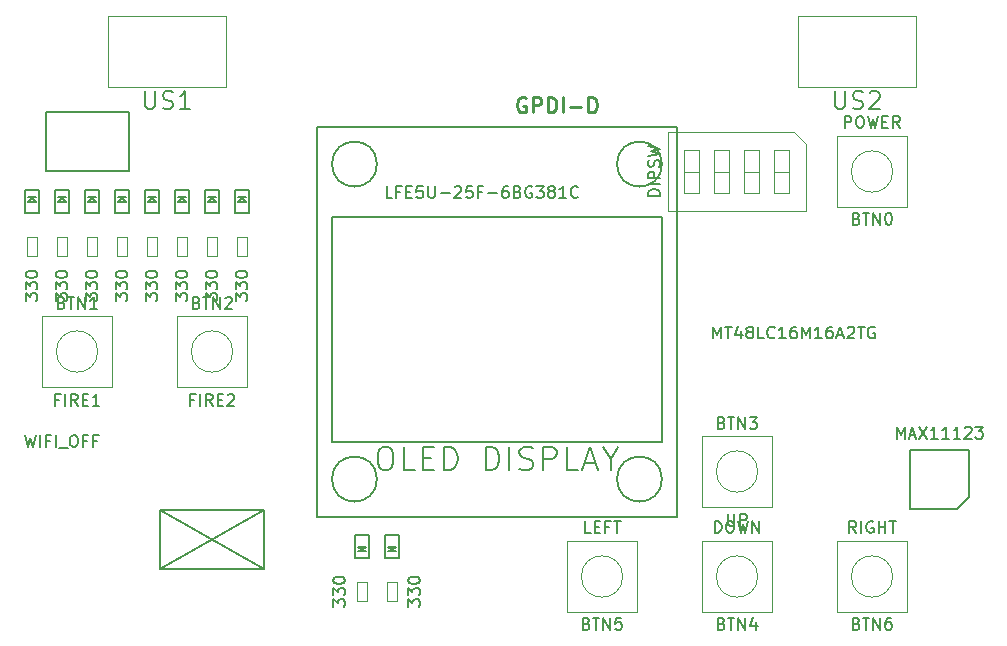
<source format=gbr>
G04 #@! TF.FileFunction,Other,Fab,Top*
%FSLAX46Y46*%
G04 Gerber Fmt 4.6, Leading zero omitted, Abs format (unit mm)*
G04 Created by KiCad (PCBNEW 4.0.7+dfsg1-1) date Wed Oct 11 19:06:24 2017*
%MOMM*%
%LPD*%
G01*
G04 APERTURE LIST*
%ADD10C,0.100000*%
%ADD11C,0.150000*%
%ADD12C,0.254000*%
G04 APERTURE END LIST*
D10*
D11*
X118530000Y-76260000D02*
X117930000Y-76260000D01*
X118230000Y-76360000D02*
X118530000Y-76660000D01*
X117930000Y-76660000D02*
X118230000Y-76360000D01*
X118530000Y-76660000D02*
X117930000Y-76660000D01*
X118830000Y-77660000D02*
X118830000Y-75660000D01*
X117630000Y-77660000D02*
X118830000Y-77660000D01*
X117630000Y-75660000D02*
X117630000Y-77660000D01*
X118830000Y-75660000D02*
X117630000Y-75660000D01*
X115990000Y-76260000D02*
X115390000Y-76260000D01*
X115690000Y-76360000D02*
X115990000Y-76660000D01*
X115390000Y-76660000D02*
X115690000Y-76360000D01*
X115990000Y-76660000D02*
X115390000Y-76660000D01*
X116290000Y-77660000D02*
X116290000Y-75660000D01*
X115090000Y-77660000D02*
X116290000Y-77660000D01*
X115090000Y-75660000D02*
X115090000Y-77660000D01*
X116290000Y-75660000D02*
X115090000Y-75660000D01*
X113450000Y-76260000D02*
X112850000Y-76260000D01*
X113150000Y-76360000D02*
X113450000Y-76660000D01*
X112850000Y-76660000D02*
X113150000Y-76360000D01*
X113450000Y-76660000D02*
X112850000Y-76660000D01*
X113750000Y-77660000D02*
X113750000Y-75660000D01*
X112550000Y-77660000D02*
X113750000Y-77660000D01*
X112550000Y-75660000D02*
X112550000Y-77660000D01*
X113750000Y-75660000D02*
X112550000Y-75660000D01*
X110910000Y-76260000D02*
X110310000Y-76260000D01*
X110610000Y-76360000D02*
X110910000Y-76660000D01*
X110310000Y-76660000D02*
X110610000Y-76360000D01*
X110910000Y-76660000D02*
X110310000Y-76660000D01*
X111210000Y-77660000D02*
X111210000Y-75660000D01*
X110010000Y-77660000D02*
X111210000Y-77660000D01*
X110010000Y-75660000D02*
X110010000Y-77660000D01*
X111210000Y-75660000D02*
X110010000Y-75660000D01*
X108370000Y-76260000D02*
X107770000Y-76260000D01*
X108070000Y-76360000D02*
X108370000Y-76660000D01*
X107770000Y-76660000D02*
X108070000Y-76360000D01*
X108370000Y-76660000D02*
X107770000Y-76660000D01*
X108670000Y-77660000D02*
X108670000Y-75660000D01*
X107470000Y-77660000D02*
X108670000Y-77660000D01*
X107470000Y-75660000D02*
X107470000Y-77660000D01*
X108670000Y-75660000D02*
X107470000Y-75660000D01*
X105830000Y-76260000D02*
X105230000Y-76260000D01*
X105530000Y-76360000D02*
X105830000Y-76660000D01*
X105230000Y-76660000D02*
X105530000Y-76360000D01*
X105830000Y-76660000D02*
X105230000Y-76660000D01*
X106130000Y-77660000D02*
X106130000Y-75660000D01*
X104930000Y-77660000D02*
X106130000Y-77660000D01*
X104930000Y-75660000D02*
X104930000Y-77660000D01*
X106130000Y-75660000D02*
X104930000Y-75660000D01*
X103290000Y-76260000D02*
X102690000Y-76260000D01*
X102990000Y-76360000D02*
X103290000Y-76660000D01*
X102690000Y-76660000D02*
X102990000Y-76360000D01*
X103290000Y-76660000D02*
X102690000Y-76660000D01*
X103590000Y-77660000D02*
X103590000Y-75660000D01*
X102390000Y-77660000D02*
X103590000Y-77660000D01*
X102390000Y-75660000D02*
X102390000Y-77660000D01*
X103590000Y-75660000D02*
X102390000Y-75660000D01*
X100750000Y-76260000D02*
X100150000Y-76260000D01*
X100450000Y-76360000D02*
X100750000Y-76660000D01*
X100150000Y-76660000D02*
X100450000Y-76360000D01*
X100750000Y-76660000D02*
X100150000Y-76660000D01*
X101050000Y-77660000D02*
X101050000Y-75660000D01*
X99850000Y-77660000D02*
X101050000Y-77660000D01*
X99850000Y-75660000D02*
X99850000Y-77660000D01*
X101050000Y-75660000D02*
X99850000Y-75660000D01*
X108624000Y-69080000D02*
X108624000Y-74080000D01*
X101624000Y-69080000D02*
X108624000Y-69080000D01*
X101624000Y-74080000D02*
X101624000Y-69080000D01*
X108624000Y-74080000D02*
X101624000Y-74080000D01*
X128090000Y-106270000D02*
X128690000Y-106270000D01*
X128390000Y-106170000D02*
X128090000Y-105870000D01*
X128690000Y-105870000D02*
X128390000Y-106170000D01*
X128090000Y-105870000D02*
X128690000Y-105870000D01*
X127790000Y-104870000D02*
X127790000Y-106870000D01*
X128990000Y-104870000D02*
X127790000Y-104870000D01*
X128990000Y-106870000D02*
X128990000Y-104870000D01*
X127790000Y-106870000D02*
X128990000Y-106870000D01*
X130630000Y-106270000D02*
X131230000Y-106270000D01*
X130930000Y-106170000D02*
X130630000Y-105870000D01*
X131230000Y-105870000D02*
X130930000Y-106170000D01*
X130630000Y-105870000D02*
X131230000Y-105870000D01*
X130330000Y-104870000D02*
X130330000Y-106870000D01*
X131530000Y-104870000D02*
X130330000Y-104870000D01*
X131530000Y-106870000D02*
X131530000Y-104870000D01*
X130330000Y-106870000D02*
X131530000Y-106870000D01*
D10*
X127990000Y-108880000D02*
X128790000Y-108880000D01*
X127990000Y-110480000D02*
X127990000Y-108880000D01*
X128790000Y-110480000D02*
X127990000Y-110480000D01*
X128790000Y-108880000D02*
X128790000Y-110480000D01*
X131330000Y-110480000D02*
X130530000Y-110480000D01*
X131330000Y-108880000D02*
X131330000Y-110480000D01*
X130530000Y-108880000D02*
X131330000Y-108880000D01*
X130530000Y-110480000D02*
X130530000Y-108880000D01*
X116880000Y-60925000D02*
X116880000Y-66925000D01*
X106880000Y-60925000D02*
X116880000Y-60925000D01*
X106880000Y-66925000D02*
X106880000Y-60925000D01*
X116880000Y-66925000D02*
X106880000Y-66925000D01*
X175300000Y-60925000D02*
X175300000Y-66925000D01*
X165300000Y-60925000D02*
X175300000Y-60925000D01*
X165300000Y-66925000D02*
X165300000Y-60925000D01*
X175300000Y-66925000D02*
X165300000Y-66925000D01*
X118630000Y-81270000D02*
X117830000Y-81270000D01*
X118630000Y-79670000D02*
X118630000Y-81270000D01*
X117830000Y-79670000D02*
X118630000Y-79670000D01*
X117830000Y-81270000D02*
X117830000Y-79670000D01*
X116090000Y-81270000D02*
X115290000Y-81270000D01*
X116090000Y-79670000D02*
X116090000Y-81270000D01*
X115290000Y-79670000D02*
X116090000Y-79670000D01*
X115290000Y-81270000D02*
X115290000Y-79670000D01*
X113550000Y-81270000D02*
X112750000Y-81270000D01*
X113550000Y-79670000D02*
X113550000Y-81270000D01*
X112750000Y-79670000D02*
X113550000Y-79670000D01*
X112750000Y-81270000D02*
X112750000Y-79670000D01*
X111010000Y-81270000D02*
X110210000Y-81270000D01*
X111010000Y-79670000D02*
X111010000Y-81270000D01*
X110210000Y-79670000D02*
X111010000Y-79670000D01*
X110210000Y-81270000D02*
X110210000Y-79670000D01*
X108470000Y-81270000D02*
X107670000Y-81270000D01*
X108470000Y-79670000D02*
X108470000Y-81270000D01*
X107670000Y-79670000D02*
X108470000Y-79670000D01*
X107670000Y-81270000D02*
X107670000Y-79670000D01*
X105930000Y-81270000D02*
X105130000Y-81270000D01*
X105930000Y-79670000D02*
X105930000Y-81270000D01*
X105130000Y-79670000D02*
X105930000Y-79670000D01*
X105130000Y-81270000D02*
X105130000Y-79670000D01*
X103390000Y-81270000D02*
X102590000Y-81270000D01*
X103390000Y-79670000D02*
X103390000Y-81270000D01*
X102590000Y-79670000D02*
X103390000Y-79670000D01*
X102590000Y-81270000D02*
X102590000Y-79670000D01*
X100850000Y-81270000D02*
X100050000Y-81270000D01*
X100850000Y-79670000D02*
X100850000Y-81270000D01*
X100050000Y-79670000D02*
X100850000Y-79670000D01*
X100050000Y-81270000D02*
X100050000Y-79670000D01*
D11*
X178785000Y-102655000D02*
X174785000Y-102655000D01*
X174785000Y-102655000D02*
X174785000Y-97655000D01*
X174785000Y-97655000D02*
X179785000Y-97655000D01*
X179785000Y-97655000D02*
X179785000Y-101655000D01*
X179785000Y-101655000D02*
X178785000Y-102655000D01*
X153790000Y-73485000D02*
G75*
G03X153790000Y-73485000I-1905000J0D01*
G01*
X129660000Y-73485000D02*
G75*
G03X129660000Y-73485000I-1905000J0D01*
G01*
X129660000Y-100155000D02*
G75*
G03X129660000Y-100155000I-1905000J0D01*
G01*
X153790000Y-100155000D02*
G75*
G03X153790000Y-100155000I-1905000J0D01*
G01*
X153790000Y-77930000D02*
X153790000Y-96980000D01*
X125850000Y-77930000D02*
X153790000Y-77930000D01*
X125850000Y-96980000D02*
X125850000Y-77930000D01*
X153790000Y-96980000D02*
X125850000Y-96980000D01*
X155060000Y-70310000D02*
X155060000Y-103330000D01*
X124580000Y-70310000D02*
X155060000Y-70310000D01*
X124580000Y-103330000D02*
X124580000Y-70310000D01*
X155060000Y-103330000D02*
X124580000Y-103330000D01*
D10*
X174570000Y-77120000D02*
X174570000Y-71120000D01*
X174570000Y-71120000D02*
X168570000Y-71120000D01*
X168570000Y-71120000D02*
X168570000Y-77120000D01*
X168570000Y-77120000D02*
X174570000Y-77120000D01*
X173320714Y-74120000D02*
G75*
G03X173320714Y-74120000I-1750714J0D01*
G01*
X101260000Y-86360000D02*
X101260000Y-92360000D01*
X101260000Y-92360000D02*
X107260000Y-92360000D01*
X107260000Y-92360000D02*
X107260000Y-86360000D01*
X107260000Y-86360000D02*
X101260000Y-86360000D01*
X106010714Y-89360000D02*
G75*
G03X106010714Y-89360000I-1750714J0D01*
G01*
X112690000Y-86360000D02*
X112690000Y-92360000D01*
X112690000Y-92360000D02*
X118690000Y-92360000D01*
X118690000Y-92360000D02*
X118690000Y-86360000D01*
X118690000Y-86360000D02*
X112690000Y-86360000D01*
X117440714Y-89360000D02*
G75*
G03X117440714Y-89360000I-1750714J0D01*
G01*
X157140000Y-96520000D02*
X157140000Y-102520000D01*
X157140000Y-102520000D02*
X163140000Y-102520000D01*
X163140000Y-102520000D02*
X163140000Y-96520000D01*
X163140000Y-96520000D02*
X157140000Y-96520000D01*
X161890714Y-99520000D02*
G75*
G03X161890714Y-99520000I-1750714J0D01*
G01*
X163140000Y-111410000D02*
X163140000Y-105410000D01*
X163140000Y-105410000D02*
X157140000Y-105410000D01*
X157140000Y-105410000D02*
X157140000Y-111410000D01*
X157140000Y-111410000D02*
X163140000Y-111410000D01*
X161890714Y-108410000D02*
G75*
G03X161890714Y-108410000I-1750714J0D01*
G01*
X151710000Y-111410000D02*
X151710000Y-105410000D01*
X151710000Y-105410000D02*
X145710000Y-105410000D01*
X145710000Y-105410000D02*
X145710000Y-111410000D01*
X145710000Y-111410000D02*
X151710000Y-111410000D01*
X150460714Y-108410000D02*
G75*
G03X150460714Y-108410000I-1750714J0D01*
G01*
X174570000Y-111410000D02*
X174570000Y-105410000D01*
X174570000Y-105410000D02*
X168570000Y-105410000D01*
X168570000Y-105410000D02*
X168570000Y-111410000D01*
X168570000Y-111410000D02*
X174570000Y-111410000D01*
X173320714Y-108410000D02*
G75*
G03X173320714Y-108410000I-1750714J0D01*
G01*
X166000000Y-71780000D02*
X166000000Y-77460000D01*
X166000000Y-77460000D02*
X154280000Y-77460000D01*
X154280000Y-77460000D02*
X154280000Y-70780000D01*
X154280000Y-70780000D02*
X165000000Y-70780000D01*
X165000000Y-70780000D02*
X166000000Y-71780000D01*
X164585000Y-72310000D02*
X163315000Y-72310000D01*
X163315000Y-72310000D02*
X163315000Y-75930000D01*
X163315000Y-75930000D02*
X164585000Y-75930000D01*
X164585000Y-75930000D02*
X164585000Y-72310000D01*
X164585000Y-74120000D02*
X163315000Y-74120000D01*
X162045000Y-72310000D02*
X160775000Y-72310000D01*
X160775000Y-72310000D02*
X160775000Y-75930000D01*
X160775000Y-75930000D02*
X162045000Y-75930000D01*
X162045000Y-75930000D02*
X162045000Y-72310000D01*
X162045000Y-74120000D02*
X160775000Y-74120000D01*
X159505000Y-72310000D02*
X158235000Y-72310000D01*
X158235000Y-72310000D02*
X158235000Y-75930000D01*
X158235000Y-75930000D02*
X159505000Y-75930000D01*
X159505000Y-75930000D02*
X159505000Y-72310000D01*
X159505000Y-74120000D02*
X158235000Y-74120000D01*
X156965000Y-72310000D02*
X155695000Y-72310000D01*
X155695000Y-72310000D02*
X155695000Y-75930000D01*
X155695000Y-75930000D02*
X156965000Y-75930000D01*
X156965000Y-75930000D02*
X156965000Y-72310000D01*
X156965000Y-74120000D02*
X155695000Y-74120000D01*
D11*
X120055000Y-102815000D02*
X111255000Y-107765000D01*
X120055000Y-107765000D02*
X111255000Y-102815000D01*
X120055000Y-102815000D02*
X120055000Y-107765000D01*
X111255000Y-102815000D02*
X111255000Y-107765000D01*
X111255000Y-107765000D02*
X120055000Y-107765000D01*
X120055000Y-102815000D02*
X111255000Y-102815000D01*
X158132666Y-88252381D02*
X158132666Y-87252381D01*
X158466000Y-87966667D01*
X158799333Y-87252381D01*
X158799333Y-88252381D01*
X159132666Y-87252381D02*
X159704095Y-87252381D01*
X159418380Y-88252381D02*
X159418380Y-87252381D01*
X160466000Y-87585714D02*
X160466000Y-88252381D01*
X160227904Y-87204762D02*
X159989809Y-87919048D01*
X160608857Y-87919048D01*
X161132666Y-87680952D02*
X161037428Y-87633333D01*
X160989809Y-87585714D01*
X160942190Y-87490476D01*
X160942190Y-87442857D01*
X160989809Y-87347619D01*
X161037428Y-87300000D01*
X161132666Y-87252381D01*
X161323143Y-87252381D01*
X161418381Y-87300000D01*
X161466000Y-87347619D01*
X161513619Y-87442857D01*
X161513619Y-87490476D01*
X161466000Y-87585714D01*
X161418381Y-87633333D01*
X161323143Y-87680952D01*
X161132666Y-87680952D01*
X161037428Y-87728571D01*
X160989809Y-87776190D01*
X160942190Y-87871429D01*
X160942190Y-88061905D01*
X160989809Y-88157143D01*
X161037428Y-88204762D01*
X161132666Y-88252381D01*
X161323143Y-88252381D01*
X161418381Y-88204762D01*
X161466000Y-88157143D01*
X161513619Y-88061905D01*
X161513619Y-87871429D01*
X161466000Y-87776190D01*
X161418381Y-87728571D01*
X161323143Y-87680952D01*
X162418381Y-88252381D02*
X161942190Y-88252381D01*
X161942190Y-87252381D01*
X163323143Y-88157143D02*
X163275524Y-88204762D01*
X163132667Y-88252381D01*
X163037429Y-88252381D01*
X162894571Y-88204762D01*
X162799333Y-88109524D01*
X162751714Y-88014286D01*
X162704095Y-87823810D01*
X162704095Y-87680952D01*
X162751714Y-87490476D01*
X162799333Y-87395238D01*
X162894571Y-87300000D01*
X163037429Y-87252381D01*
X163132667Y-87252381D01*
X163275524Y-87300000D01*
X163323143Y-87347619D01*
X164275524Y-88252381D02*
X163704095Y-88252381D01*
X163989809Y-88252381D02*
X163989809Y-87252381D01*
X163894571Y-87395238D01*
X163799333Y-87490476D01*
X163704095Y-87538095D01*
X165132667Y-87252381D02*
X164942190Y-87252381D01*
X164846952Y-87300000D01*
X164799333Y-87347619D01*
X164704095Y-87490476D01*
X164656476Y-87680952D01*
X164656476Y-88061905D01*
X164704095Y-88157143D01*
X164751714Y-88204762D01*
X164846952Y-88252381D01*
X165037429Y-88252381D01*
X165132667Y-88204762D01*
X165180286Y-88157143D01*
X165227905Y-88061905D01*
X165227905Y-87823810D01*
X165180286Y-87728571D01*
X165132667Y-87680952D01*
X165037429Y-87633333D01*
X164846952Y-87633333D01*
X164751714Y-87680952D01*
X164704095Y-87728571D01*
X164656476Y-87823810D01*
X165656476Y-88252381D02*
X165656476Y-87252381D01*
X165989810Y-87966667D01*
X166323143Y-87252381D01*
X166323143Y-88252381D01*
X167323143Y-88252381D02*
X166751714Y-88252381D01*
X167037428Y-88252381D02*
X167037428Y-87252381D01*
X166942190Y-87395238D01*
X166846952Y-87490476D01*
X166751714Y-87538095D01*
X168180286Y-87252381D02*
X167989809Y-87252381D01*
X167894571Y-87300000D01*
X167846952Y-87347619D01*
X167751714Y-87490476D01*
X167704095Y-87680952D01*
X167704095Y-88061905D01*
X167751714Y-88157143D01*
X167799333Y-88204762D01*
X167894571Y-88252381D01*
X168085048Y-88252381D01*
X168180286Y-88204762D01*
X168227905Y-88157143D01*
X168275524Y-88061905D01*
X168275524Y-87823810D01*
X168227905Y-87728571D01*
X168180286Y-87680952D01*
X168085048Y-87633333D01*
X167894571Y-87633333D01*
X167799333Y-87680952D01*
X167751714Y-87728571D01*
X167704095Y-87823810D01*
X168656476Y-87966667D02*
X169132667Y-87966667D01*
X168561238Y-88252381D02*
X168894571Y-87252381D01*
X169227905Y-88252381D01*
X169513619Y-87347619D02*
X169561238Y-87300000D01*
X169656476Y-87252381D01*
X169894572Y-87252381D01*
X169989810Y-87300000D01*
X170037429Y-87347619D01*
X170085048Y-87442857D01*
X170085048Y-87538095D01*
X170037429Y-87680952D01*
X169466000Y-88252381D01*
X170085048Y-88252381D01*
X170370762Y-87252381D02*
X170942191Y-87252381D01*
X170656476Y-88252381D02*
X170656476Y-87252381D01*
X171799334Y-87300000D02*
X171704096Y-87252381D01*
X171561239Y-87252381D01*
X171418381Y-87300000D01*
X171323143Y-87395238D01*
X171275524Y-87490476D01*
X171227905Y-87680952D01*
X171227905Y-87823810D01*
X171275524Y-88014286D01*
X171323143Y-88109524D01*
X171418381Y-88204762D01*
X171561239Y-88252381D01*
X171656477Y-88252381D01*
X171799334Y-88204762D01*
X171846953Y-88157143D01*
X171846953Y-87823810D01*
X171656477Y-87823810D01*
X99894762Y-96432381D02*
X100132857Y-97432381D01*
X100323334Y-96718095D01*
X100513810Y-97432381D01*
X100751905Y-96432381D01*
X101132857Y-97432381D02*
X101132857Y-96432381D01*
X101942381Y-96908571D02*
X101609047Y-96908571D01*
X101609047Y-97432381D02*
X101609047Y-96432381D01*
X102085238Y-96432381D01*
X102466190Y-97432381D02*
X102466190Y-96432381D01*
X102704285Y-97527619D02*
X103466190Y-97527619D01*
X103894761Y-96432381D02*
X104085238Y-96432381D01*
X104180476Y-96480000D01*
X104275714Y-96575238D01*
X104323333Y-96765714D01*
X104323333Y-97099048D01*
X104275714Y-97289524D01*
X104180476Y-97384762D01*
X104085238Y-97432381D01*
X103894761Y-97432381D01*
X103799523Y-97384762D01*
X103704285Y-97289524D01*
X103656666Y-97099048D01*
X103656666Y-96765714D01*
X103704285Y-96575238D01*
X103799523Y-96480000D01*
X103894761Y-96432381D01*
X105085238Y-96908571D02*
X104751904Y-96908571D01*
X104751904Y-97432381D02*
X104751904Y-96432381D01*
X105228095Y-96432381D01*
X105942381Y-96908571D02*
X105609047Y-96908571D01*
X105609047Y-97432381D02*
X105609047Y-96432381D01*
X106085238Y-96432381D01*
X125942381Y-110965714D02*
X125942381Y-110346666D01*
X126323333Y-110680000D01*
X126323333Y-110537142D01*
X126370952Y-110441904D01*
X126418571Y-110394285D01*
X126513810Y-110346666D01*
X126751905Y-110346666D01*
X126847143Y-110394285D01*
X126894762Y-110441904D01*
X126942381Y-110537142D01*
X126942381Y-110822857D01*
X126894762Y-110918095D01*
X126847143Y-110965714D01*
X125942381Y-110013333D02*
X125942381Y-109394285D01*
X126323333Y-109727619D01*
X126323333Y-109584761D01*
X126370952Y-109489523D01*
X126418571Y-109441904D01*
X126513810Y-109394285D01*
X126751905Y-109394285D01*
X126847143Y-109441904D01*
X126894762Y-109489523D01*
X126942381Y-109584761D01*
X126942381Y-109870476D01*
X126894762Y-109965714D01*
X126847143Y-110013333D01*
X125942381Y-108775238D02*
X125942381Y-108679999D01*
X125990000Y-108584761D01*
X126037619Y-108537142D01*
X126132857Y-108489523D01*
X126323333Y-108441904D01*
X126561429Y-108441904D01*
X126751905Y-108489523D01*
X126847143Y-108537142D01*
X126894762Y-108584761D01*
X126942381Y-108679999D01*
X126942381Y-108775238D01*
X126894762Y-108870476D01*
X126847143Y-108918095D01*
X126751905Y-108965714D01*
X126561429Y-109013333D01*
X126323333Y-109013333D01*
X126132857Y-108965714D01*
X126037619Y-108918095D01*
X125990000Y-108870476D01*
X125942381Y-108775238D01*
X132282381Y-110965714D02*
X132282381Y-110346666D01*
X132663333Y-110680000D01*
X132663333Y-110537142D01*
X132710952Y-110441904D01*
X132758571Y-110394285D01*
X132853810Y-110346666D01*
X133091905Y-110346666D01*
X133187143Y-110394285D01*
X133234762Y-110441904D01*
X133282381Y-110537142D01*
X133282381Y-110822857D01*
X133234762Y-110918095D01*
X133187143Y-110965714D01*
X132282381Y-110013333D02*
X132282381Y-109394285D01*
X132663333Y-109727619D01*
X132663333Y-109584761D01*
X132710952Y-109489523D01*
X132758571Y-109441904D01*
X132853810Y-109394285D01*
X133091905Y-109394285D01*
X133187143Y-109441904D01*
X133234762Y-109489523D01*
X133282381Y-109584761D01*
X133282381Y-109870476D01*
X133234762Y-109965714D01*
X133187143Y-110013333D01*
X132282381Y-108775238D02*
X132282381Y-108679999D01*
X132330000Y-108584761D01*
X132377619Y-108537142D01*
X132472857Y-108489523D01*
X132663333Y-108441904D01*
X132901429Y-108441904D01*
X133091905Y-108489523D01*
X133187143Y-108537142D01*
X133234762Y-108584761D01*
X133282381Y-108679999D01*
X133282381Y-108775238D01*
X133234762Y-108870476D01*
X133187143Y-108918095D01*
X133091905Y-108965714D01*
X132901429Y-109013333D01*
X132663333Y-109013333D01*
X132472857Y-108965714D01*
X132377619Y-108918095D01*
X132330000Y-108870476D01*
X132282381Y-108775238D01*
X110022858Y-67329571D02*
X110022858Y-68543857D01*
X110094286Y-68686714D01*
X110165715Y-68758143D01*
X110308572Y-68829571D01*
X110594286Y-68829571D01*
X110737144Y-68758143D01*
X110808572Y-68686714D01*
X110880001Y-68543857D01*
X110880001Y-67329571D01*
X111522858Y-68758143D02*
X111737144Y-68829571D01*
X112094287Y-68829571D01*
X112237144Y-68758143D01*
X112308573Y-68686714D01*
X112380001Y-68543857D01*
X112380001Y-68401000D01*
X112308573Y-68258143D01*
X112237144Y-68186714D01*
X112094287Y-68115286D01*
X111808573Y-68043857D01*
X111665715Y-67972429D01*
X111594287Y-67901000D01*
X111522858Y-67758143D01*
X111522858Y-67615286D01*
X111594287Y-67472429D01*
X111665715Y-67401000D01*
X111808573Y-67329571D01*
X112165715Y-67329571D01*
X112380001Y-67401000D01*
X113808572Y-68829571D02*
X112951429Y-68829571D01*
X113380001Y-68829571D02*
X113380001Y-67329571D01*
X113237144Y-67543857D01*
X113094286Y-67686714D01*
X112951429Y-67758143D01*
X168442858Y-67329571D02*
X168442858Y-68543857D01*
X168514286Y-68686714D01*
X168585715Y-68758143D01*
X168728572Y-68829571D01*
X169014286Y-68829571D01*
X169157144Y-68758143D01*
X169228572Y-68686714D01*
X169300001Y-68543857D01*
X169300001Y-67329571D01*
X169942858Y-68758143D02*
X170157144Y-68829571D01*
X170514287Y-68829571D01*
X170657144Y-68758143D01*
X170728573Y-68686714D01*
X170800001Y-68543857D01*
X170800001Y-68401000D01*
X170728573Y-68258143D01*
X170657144Y-68186714D01*
X170514287Y-68115286D01*
X170228573Y-68043857D01*
X170085715Y-67972429D01*
X170014287Y-67901000D01*
X169942858Y-67758143D01*
X169942858Y-67615286D01*
X170014287Y-67472429D01*
X170085715Y-67401000D01*
X170228573Y-67329571D01*
X170585715Y-67329571D01*
X170800001Y-67401000D01*
X171371429Y-67472429D02*
X171442858Y-67401000D01*
X171585715Y-67329571D01*
X171942858Y-67329571D01*
X172085715Y-67401000D01*
X172157144Y-67472429D01*
X172228572Y-67615286D01*
X172228572Y-67758143D01*
X172157144Y-67972429D01*
X171300001Y-68829571D01*
X172228572Y-68829571D01*
X117682381Y-85057714D02*
X117682381Y-84438666D01*
X118063333Y-84772000D01*
X118063333Y-84629142D01*
X118110952Y-84533904D01*
X118158571Y-84486285D01*
X118253810Y-84438666D01*
X118491905Y-84438666D01*
X118587143Y-84486285D01*
X118634762Y-84533904D01*
X118682381Y-84629142D01*
X118682381Y-84914857D01*
X118634762Y-85010095D01*
X118587143Y-85057714D01*
X117682381Y-84105333D02*
X117682381Y-83486285D01*
X118063333Y-83819619D01*
X118063333Y-83676761D01*
X118110952Y-83581523D01*
X118158571Y-83533904D01*
X118253810Y-83486285D01*
X118491905Y-83486285D01*
X118587143Y-83533904D01*
X118634762Y-83581523D01*
X118682381Y-83676761D01*
X118682381Y-83962476D01*
X118634762Y-84057714D01*
X118587143Y-84105333D01*
X117682381Y-82867238D02*
X117682381Y-82771999D01*
X117730000Y-82676761D01*
X117777619Y-82629142D01*
X117872857Y-82581523D01*
X118063333Y-82533904D01*
X118301429Y-82533904D01*
X118491905Y-82581523D01*
X118587143Y-82629142D01*
X118634762Y-82676761D01*
X118682381Y-82771999D01*
X118682381Y-82867238D01*
X118634762Y-82962476D01*
X118587143Y-83010095D01*
X118491905Y-83057714D01*
X118301429Y-83105333D01*
X118063333Y-83105333D01*
X117872857Y-83057714D01*
X117777619Y-83010095D01*
X117730000Y-82962476D01*
X117682381Y-82867238D01*
X115142381Y-85057714D02*
X115142381Y-84438666D01*
X115523333Y-84772000D01*
X115523333Y-84629142D01*
X115570952Y-84533904D01*
X115618571Y-84486285D01*
X115713810Y-84438666D01*
X115951905Y-84438666D01*
X116047143Y-84486285D01*
X116094762Y-84533904D01*
X116142381Y-84629142D01*
X116142381Y-84914857D01*
X116094762Y-85010095D01*
X116047143Y-85057714D01*
X115142381Y-84105333D02*
X115142381Y-83486285D01*
X115523333Y-83819619D01*
X115523333Y-83676761D01*
X115570952Y-83581523D01*
X115618571Y-83533904D01*
X115713810Y-83486285D01*
X115951905Y-83486285D01*
X116047143Y-83533904D01*
X116094762Y-83581523D01*
X116142381Y-83676761D01*
X116142381Y-83962476D01*
X116094762Y-84057714D01*
X116047143Y-84105333D01*
X115142381Y-82867238D02*
X115142381Y-82771999D01*
X115190000Y-82676761D01*
X115237619Y-82629142D01*
X115332857Y-82581523D01*
X115523333Y-82533904D01*
X115761429Y-82533904D01*
X115951905Y-82581523D01*
X116047143Y-82629142D01*
X116094762Y-82676761D01*
X116142381Y-82771999D01*
X116142381Y-82867238D01*
X116094762Y-82962476D01*
X116047143Y-83010095D01*
X115951905Y-83057714D01*
X115761429Y-83105333D01*
X115523333Y-83105333D01*
X115332857Y-83057714D01*
X115237619Y-83010095D01*
X115190000Y-82962476D01*
X115142381Y-82867238D01*
X112602381Y-85057714D02*
X112602381Y-84438666D01*
X112983333Y-84772000D01*
X112983333Y-84629142D01*
X113030952Y-84533904D01*
X113078571Y-84486285D01*
X113173810Y-84438666D01*
X113411905Y-84438666D01*
X113507143Y-84486285D01*
X113554762Y-84533904D01*
X113602381Y-84629142D01*
X113602381Y-84914857D01*
X113554762Y-85010095D01*
X113507143Y-85057714D01*
X112602381Y-84105333D02*
X112602381Y-83486285D01*
X112983333Y-83819619D01*
X112983333Y-83676761D01*
X113030952Y-83581523D01*
X113078571Y-83533904D01*
X113173810Y-83486285D01*
X113411905Y-83486285D01*
X113507143Y-83533904D01*
X113554762Y-83581523D01*
X113602381Y-83676761D01*
X113602381Y-83962476D01*
X113554762Y-84057714D01*
X113507143Y-84105333D01*
X112602381Y-82867238D02*
X112602381Y-82771999D01*
X112650000Y-82676761D01*
X112697619Y-82629142D01*
X112792857Y-82581523D01*
X112983333Y-82533904D01*
X113221429Y-82533904D01*
X113411905Y-82581523D01*
X113507143Y-82629142D01*
X113554762Y-82676761D01*
X113602381Y-82771999D01*
X113602381Y-82867238D01*
X113554762Y-82962476D01*
X113507143Y-83010095D01*
X113411905Y-83057714D01*
X113221429Y-83105333D01*
X112983333Y-83105333D01*
X112792857Y-83057714D01*
X112697619Y-83010095D01*
X112650000Y-82962476D01*
X112602381Y-82867238D01*
X110062381Y-85057714D02*
X110062381Y-84438666D01*
X110443333Y-84772000D01*
X110443333Y-84629142D01*
X110490952Y-84533904D01*
X110538571Y-84486285D01*
X110633810Y-84438666D01*
X110871905Y-84438666D01*
X110967143Y-84486285D01*
X111014762Y-84533904D01*
X111062381Y-84629142D01*
X111062381Y-84914857D01*
X111014762Y-85010095D01*
X110967143Y-85057714D01*
X110062381Y-84105333D02*
X110062381Y-83486285D01*
X110443333Y-83819619D01*
X110443333Y-83676761D01*
X110490952Y-83581523D01*
X110538571Y-83533904D01*
X110633810Y-83486285D01*
X110871905Y-83486285D01*
X110967143Y-83533904D01*
X111014762Y-83581523D01*
X111062381Y-83676761D01*
X111062381Y-83962476D01*
X111014762Y-84057714D01*
X110967143Y-84105333D01*
X110062381Y-82867238D02*
X110062381Y-82771999D01*
X110110000Y-82676761D01*
X110157619Y-82629142D01*
X110252857Y-82581523D01*
X110443333Y-82533904D01*
X110681429Y-82533904D01*
X110871905Y-82581523D01*
X110967143Y-82629142D01*
X111014762Y-82676761D01*
X111062381Y-82771999D01*
X111062381Y-82867238D01*
X111014762Y-82962476D01*
X110967143Y-83010095D01*
X110871905Y-83057714D01*
X110681429Y-83105333D01*
X110443333Y-83105333D01*
X110252857Y-83057714D01*
X110157619Y-83010095D01*
X110110000Y-82962476D01*
X110062381Y-82867238D01*
X107522381Y-85057714D02*
X107522381Y-84438666D01*
X107903333Y-84772000D01*
X107903333Y-84629142D01*
X107950952Y-84533904D01*
X107998571Y-84486285D01*
X108093810Y-84438666D01*
X108331905Y-84438666D01*
X108427143Y-84486285D01*
X108474762Y-84533904D01*
X108522381Y-84629142D01*
X108522381Y-84914857D01*
X108474762Y-85010095D01*
X108427143Y-85057714D01*
X107522381Y-84105333D02*
X107522381Y-83486285D01*
X107903333Y-83819619D01*
X107903333Y-83676761D01*
X107950952Y-83581523D01*
X107998571Y-83533904D01*
X108093810Y-83486285D01*
X108331905Y-83486285D01*
X108427143Y-83533904D01*
X108474762Y-83581523D01*
X108522381Y-83676761D01*
X108522381Y-83962476D01*
X108474762Y-84057714D01*
X108427143Y-84105333D01*
X107522381Y-82867238D02*
X107522381Y-82771999D01*
X107570000Y-82676761D01*
X107617619Y-82629142D01*
X107712857Y-82581523D01*
X107903333Y-82533904D01*
X108141429Y-82533904D01*
X108331905Y-82581523D01*
X108427143Y-82629142D01*
X108474762Y-82676761D01*
X108522381Y-82771999D01*
X108522381Y-82867238D01*
X108474762Y-82962476D01*
X108427143Y-83010095D01*
X108331905Y-83057714D01*
X108141429Y-83105333D01*
X107903333Y-83105333D01*
X107712857Y-83057714D01*
X107617619Y-83010095D01*
X107570000Y-82962476D01*
X107522381Y-82867238D01*
X104982381Y-85057714D02*
X104982381Y-84438666D01*
X105363333Y-84772000D01*
X105363333Y-84629142D01*
X105410952Y-84533904D01*
X105458571Y-84486285D01*
X105553810Y-84438666D01*
X105791905Y-84438666D01*
X105887143Y-84486285D01*
X105934762Y-84533904D01*
X105982381Y-84629142D01*
X105982381Y-84914857D01*
X105934762Y-85010095D01*
X105887143Y-85057714D01*
X104982381Y-84105333D02*
X104982381Y-83486285D01*
X105363333Y-83819619D01*
X105363333Y-83676761D01*
X105410952Y-83581523D01*
X105458571Y-83533904D01*
X105553810Y-83486285D01*
X105791905Y-83486285D01*
X105887143Y-83533904D01*
X105934762Y-83581523D01*
X105982381Y-83676761D01*
X105982381Y-83962476D01*
X105934762Y-84057714D01*
X105887143Y-84105333D01*
X104982381Y-82867238D02*
X104982381Y-82771999D01*
X105030000Y-82676761D01*
X105077619Y-82629142D01*
X105172857Y-82581523D01*
X105363333Y-82533904D01*
X105601429Y-82533904D01*
X105791905Y-82581523D01*
X105887143Y-82629142D01*
X105934762Y-82676761D01*
X105982381Y-82771999D01*
X105982381Y-82867238D01*
X105934762Y-82962476D01*
X105887143Y-83010095D01*
X105791905Y-83057714D01*
X105601429Y-83105333D01*
X105363333Y-83105333D01*
X105172857Y-83057714D01*
X105077619Y-83010095D01*
X105030000Y-82962476D01*
X104982381Y-82867238D01*
X102442381Y-85057714D02*
X102442381Y-84438666D01*
X102823333Y-84772000D01*
X102823333Y-84629142D01*
X102870952Y-84533904D01*
X102918571Y-84486285D01*
X103013810Y-84438666D01*
X103251905Y-84438666D01*
X103347143Y-84486285D01*
X103394762Y-84533904D01*
X103442381Y-84629142D01*
X103442381Y-84914857D01*
X103394762Y-85010095D01*
X103347143Y-85057714D01*
X102442381Y-84105333D02*
X102442381Y-83486285D01*
X102823333Y-83819619D01*
X102823333Y-83676761D01*
X102870952Y-83581523D01*
X102918571Y-83533904D01*
X103013810Y-83486285D01*
X103251905Y-83486285D01*
X103347143Y-83533904D01*
X103394762Y-83581523D01*
X103442381Y-83676761D01*
X103442381Y-83962476D01*
X103394762Y-84057714D01*
X103347143Y-84105333D01*
X102442381Y-82867238D02*
X102442381Y-82771999D01*
X102490000Y-82676761D01*
X102537619Y-82629142D01*
X102632857Y-82581523D01*
X102823333Y-82533904D01*
X103061429Y-82533904D01*
X103251905Y-82581523D01*
X103347143Y-82629142D01*
X103394762Y-82676761D01*
X103442381Y-82771999D01*
X103442381Y-82867238D01*
X103394762Y-82962476D01*
X103347143Y-83010095D01*
X103251905Y-83057714D01*
X103061429Y-83105333D01*
X102823333Y-83105333D01*
X102632857Y-83057714D01*
X102537619Y-83010095D01*
X102490000Y-82962476D01*
X102442381Y-82867238D01*
X99902381Y-85057714D02*
X99902381Y-84438666D01*
X100283333Y-84772000D01*
X100283333Y-84629142D01*
X100330952Y-84533904D01*
X100378571Y-84486285D01*
X100473810Y-84438666D01*
X100711905Y-84438666D01*
X100807143Y-84486285D01*
X100854762Y-84533904D01*
X100902381Y-84629142D01*
X100902381Y-84914857D01*
X100854762Y-85010095D01*
X100807143Y-85057714D01*
X99902381Y-84105333D02*
X99902381Y-83486285D01*
X100283333Y-83819619D01*
X100283333Y-83676761D01*
X100330952Y-83581523D01*
X100378571Y-83533904D01*
X100473810Y-83486285D01*
X100711905Y-83486285D01*
X100807143Y-83533904D01*
X100854762Y-83581523D01*
X100902381Y-83676761D01*
X100902381Y-83962476D01*
X100854762Y-84057714D01*
X100807143Y-84105333D01*
X99902381Y-82867238D02*
X99902381Y-82771999D01*
X99950000Y-82676761D01*
X99997619Y-82629142D01*
X100092857Y-82581523D01*
X100283333Y-82533904D01*
X100521429Y-82533904D01*
X100711905Y-82581523D01*
X100807143Y-82629142D01*
X100854762Y-82676761D01*
X100902381Y-82771999D01*
X100902381Y-82867238D01*
X100854762Y-82962476D01*
X100807143Y-83010095D01*
X100711905Y-83057714D01*
X100521429Y-83105333D01*
X100283333Y-83105333D01*
X100092857Y-83057714D01*
X99997619Y-83010095D01*
X99950000Y-82962476D01*
X99902381Y-82867238D01*
X173665952Y-96732381D02*
X173665952Y-95732381D01*
X173999286Y-96446667D01*
X174332619Y-95732381D01*
X174332619Y-96732381D01*
X174761190Y-96446667D02*
X175237381Y-96446667D01*
X174665952Y-96732381D02*
X174999285Y-95732381D01*
X175332619Y-96732381D01*
X175570714Y-95732381D02*
X176237381Y-96732381D01*
X176237381Y-95732381D02*
X175570714Y-96732381D01*
X177142143Y-96732381D02*
X176570714Y-96732381D01*
X176856428Y-96732381D02*
X176856428Y-95732381D01*
X176761190Y-95875238D01*
X176665952Y-95970476D01*
X176570714Y-96018095D01*
X178094524Y-96732381D02*
X177523095Y-96732381D01*
X177808809Y-96732381D02*
X177808809Y-95732381D01*
X177713571Y-95875238D01*
X177618333Y-95970476D01*
X177523095Y-96018095D01*
X179046905Y-96732381D02*
X178475476Y-96732381D01*
X178761190Y-96732381D02*
X178761190Y-95732381D01*
X178665952Y-95875238D01*
X178570714Y-95970476D01*
X178475476Y-96018095D01*
X179427857Y-95827619D02*
X179475476Y-95780000D01*
X179570714Y-95732381D01*
X179808810Y-95732381D01*
X179904048Y-95780000D01*
X179951667Y-95827619D01*
X179999286Y-95922857D01*
X179999286Y-96018095D01*
X179951667Y-96160952D01*
X179380238Y-96732381D01*
X179999286Y-96732381D01*
X180332619Y-95732381D02*
X180951667Y-95732381D01*
X180618333Y-96113333D01*
X180761191Y-96113333D01*
X180856429Y-96160952D01*
X180904048Y-96208571D01*
X180951667Y-96303810D01*
X180951667Y-96541905D01*
X180904048Y-96637143D01*
X180856429Y-96684762D01*
X180761191Y-96732381D01*
X180475476Y-96732381D01*
X180380238Y-96684762D01*
X180332619Y-96637143D01*
X130200952Y-97408762D02*
X130581904Y-97408762D01*
X130772380Y-97504000D01*
X130962857Y-97694476D01*
X131058095Y-98075429D01*
X131058095Y-98742095D01*
X130962857Y-99123048D01*
X130772380Y-99313524D01*
X130581904Y-99408762D01*
X130200952Y-99408762D01*
X130010476Y-99313524D01*
X129819999Y-99123048D01*
X129724761Y-98742095D01*
X129724761Y-98075429D01*
X129819999Y-97694476D01*
X130010476Y-97504000D01*
X130200952Y-97408762D01*
X132867618Y-99408762D02*
X131915237Y-99408762D01*
X131915237Y-97408762D01*
X133534285Y-98361143D02*
X134200952Y-98361143D01*
X134486666Y-99408762D02*
X133534285Y-99408762D01*
X133534285Y-97408762D01*
X134486666Y-97408762D01*
X135343809Y-99408762D02*
X135343809Y-97408762D01*
X135820000Y-97408762D01*
X136105714Y-97504000D01*
X136296190Y-97694476D01*
X136391429Y-97884952D01*
X136486667Y-98265905D01*
X136486667Y-98551619D01*
X136391429Y-98932571D01*
X136296190Y-99123048D01*
X136105714Y-99313524D01*
X135820000Y-99408762D01*
X135343809Y-99408762D01*
X138867619Y-99408762D02*
X138867619Y-97408762D01*
X139343810Y-97408762D01*
X139629524Y-97504000D01*
X139820000Y-97694476D01*
X139915239Y-97884952D01*
X140010477Y-98265905D01*
X140010477Y-98551619D01*
X139915239Y-98932571D01*
X139820000Y-99123048D01*
X139629524Y-99313524D01*
X139343810Y-99408762D01*
X138867619Y-99408762D01*
X140867619Y-99408762D02*
X140867619Y-97408762D01*
X141724762Y-99313524D02*
X142010477Y-99408762D01*
X142486667Y-99408762D01*
X142677143Y-99313524D01*
X142772381Y-99218286D01*
X142867620Y-99027810D01*
X142867620Y-98837333D01*
X142772381Y-98646857D01*
X142677143Y-98551619D01*
X142486667Y-98456381D01*
X142105715Y-98361143D01*
X141915239Y-98265905D01*
X141820000Y-98170667D01*
X141724762Y-97980190D01*
X141724762Y-97789714D01*
X141820000Y-97599238D01*
X141915239Y-97504000D01*
X142105715Y-97408762D01*
X142581905Y-97408762D01*
X142867620Y-97504000D01*
X143724762Y-99408762D02*
X143724762Y-97408762D01*
X144486667Y-97408762D01*
X144677143Y-97504000D01*
X144772382Y-97599238D01*
X144867620Y-97789714D01*
X144867620Y-98075429D01*
X144772382Y-98265905D01*
X144677143Y-98361143D01*
X144486667Y-98456381D01*
X143724762Y-98456381D01*
X146677143Y-99408762D02*
X145724762Y-99408762D01*
X145724762Y-97408762D01*
X147248572Y-98837333D02*
X148200953Y-98837333D01*
X147058096Y-99408762D02*
X147724763Y-97408762D01*
X148391430Y-99408762D01*
X149439049Y-98456381D02*
X149439049Y-99408762D01*
X148772382Y-97408762D02*
X149439049Y-98456381D01*
X150105716Y-97408762D01*
D12*
X142239048Y-67897000D02*
X142118096Y-67836524D01*
X141936667Y-67836524D01*
X141755239Y-67897000D01*
X141634286Y-68017952D01*
X141573810Y-68138905D01*
X141513334Y-68380810D01*
X141513334Y-68562238D01*
X141573810Y-68804143D01*
X141634286Y-68925095D01*
X141755239Y-69046048D01*
X141936667Y-69106524D01*
X142057619Y-69106524D01*
X142239048Y-69046048D01*
X142299524Y-68985571D01*
X142299524Y-68562238D01*
X142057619Y-68562238D01*
X142843810Y-69106524D02*
X142843810Y-67836524D01*
X143327619Y-67836524D01*
X143448572Y-67897000D01*
X143509048Y-67957476D01*
X143569524Y-68078429D01*
X143569524Y-68259857D01*
X143509048Y-68380810D01*
X143448572Y-68441286D01*
X143327619Y-68501762D01*
X142843810Y-68501762D01*
X144113810Y-69106524D02*
X144113810Y-67836524D01*
X144416191Y-67836524D01*
X144597619Y-67897000D01*
X144718572Y-68017952D01*
X144779048Y-68138905D01*
X144839524Y-68380810D01*
X144839524Y-68562238D01*
X144779048Y-68804143D01*
X144718572Y-68925095D01*
X144597619Y-69046048D01*
X144416191Y-69106524D01*
X144113810Y-69106524D01*
X145383810Y-69106524D02*
X145383810Y-67836524D01*
X145988572Y-68622714D02*
X146956191Y-68622714D01*
X147560953Y-69106524D02*
X147560953Y-67836524D01*
X147863334Y-67836524D01*
X148044762Y-67897000D01*
X148165715Y-68017952D01*
X148226191Y-68138905D01*
X148286667Y-68380810D01*
X148286667Y-68562238D01*
X148226191Y-68804143D01*
X148165715Y-68925095D01*
X148044762Y-69046048D01*
X147863334Y-69106524D01*
X147560953Y-69106524D01*
D11*
X169260476Y-70422381D02*
X169260476Y-69422381D01*
X169641429Y-69422381D01*
X169736667Y-69470000D01*
X169784286Y-69517619D01*
X169831905Y-69612857D01*
X169831905Y-69755714D01*
X169784286Y-69850952D01*
X169736667Y-69898571D01*
X169641429Y-69946190D01*
X169260476Y-69946190D01*
X170450952Y-69422381D02*
X170641429Y-69422381D01*
X170736667Y-69470000D01*
X170831905Y-69565238D01*
X170879524Y-69755714D01*
X170879524Y-70089048D01*
X170831905Y-70279524D01*
X170736667Y-70374762D01*
X170641429Y-70422381D01*
X170450952Y-70422381D01*
X170355714Y-70374762D01*
X170260476Y-70279524D01*
X170212857Y-70089048D01*
X170212857Y-69755714D01*
X170260476Y-69565238D01*
X170355714Y-69470000D01*
X170450952Y-69422381D01*
X171212857Y-69422381D02*
X171450952Y-70422381D01*
X171641429Y-69708095D01*
X171831905Y-70422381D01*
X172070000Y-69422381D01*
X172450952Y-69898571D02*
X172784286Y-69898571D01*
X172927143Y-70422381D02*
X172450952Y-70422381D01*
X172450952Y-69422381D01*
X172927143Y-69422381D01*
X173927143Y-70422381D02*
X173593809Y-69946190D01*
X173355714Y-70422381D02*
X173355714Y-69422381D01*
X173736667Y-69422381D01*
X173831905Y-69470000D01*
X173879524Y-69517619D01*
X173927143Y-69612857D01*
X173927143Y-69755714D01*
X173879524Y-69850952D01*
X173831905Y-69898571D01*
X173736667Y-69946190D01*
X173355714Y-69946190D01*
X170260477Y-78098571D02*
X170403334Y-78146190D01*
X170450953Y-78193810D01*
X170498572Y-78289048D01*
X170498572Y-78431905D01*
X170450953Y-78527143D01*
X170403334Y-78574762D01*
X170308096Y-78622381D01*
X169927143Y-78622381D01*
X169927143Y-77622381D01*
X170260477Y-77622381D01*
X170355715Y-77670000D01*
X170403334Y-77717619D01*
X170450953Y-77812857D01*
X170450953Y-77908095D01*
X170403334Y-78003333D01*
X170355715Y-78050952D01*
X170260477Y-78098571D01*
X169927143Y-78098571D01*
X170784286Y-77622381D02*
X171355715Y-77622381D01*
X171070000Y-78622381D02*
X171070000Y-77622381D01*
X171689048Y-78622381D02*
X171689048Y-77622381D01*
X172260477Y-78622381D01*
X172260477Y-77622381D01*
X172927143Y-77622381D02*
X173022382Y-77622381D01*
X173117620Y-77670000D01*
X173165239Y-77717619D01*
X173212858Y-77812857D01*
X173260477Y-78003333D01*
X173260477Y-78241429D01*
X173212858Y-78431905D01*
X173165239Y-78527143D01*
X173117620Y-78574762D01*
X173022382Y-78622381D01*
X172927143Y-78622381D01*
X172831905Y-78574762D01*
X172784286Y-78527143D01*
X172736667Y-78431905D01*
X172689048Y-78241429D01*
X172689048Y-78003333D01*
X172736667Y-77812857D01*
X172784286Y-77717619D01*
X172831905Y-77670000D01*
X172927143Y-77622381D01*
X102736191Y-93438571D02*
X102402857Y-93438571D01*
X102402857Y-93962381D02*
X102402857Y-92962381D01*
X102879048Y-92962381D01*
X103260000Y-93962381D02*
X103260000Y-92962381D01*
X104307619Y-93962381D02*
X103974285Y-93486190D01*
X103736190Y-93962381D02*
X103736190Y-92962381D01*
X104117143Y-92962381D01*
X104212381Y-93010000D01*
X104260000Y-93057619D01*
X104307619Y-93152857D01*
X104307619Y-93295714D01*
X104260000Y-93390952D01*
X104212381Y-93438571D01*
X104117143Y-93486190D01*
X103736190Y-93486190D01*
X104736190Y-93438571D02*
X105069524Y-93438571D01*
X105212381Y-93962381D02*
X104736190Y-93962381D01*
X104736190Y-92962381D01*
X105212381Y-92962381D01*
X106164762Y-93962381D02*
X105593333Y-93962381D01*
X105879047Y-93962381D02*
X105879047Y-92962381D01*
X105783809Y-93105238D01*
X105688571Y-93200476D01*
X105593333Y-93248095D01*
X102950477Y-85238571D02*
X103093334Y-85286190D01*
X103140953Y-85333810D01*
X103188572Y-85429048D01*
X103188572Y-85571905D01*
X103140953Y-85667143D01*
X103093334Y-85714762D01*
X102998096Y-85762381D01*
X102617143Y-85762381D01*
X102617143Y-84762381D01*
X102950477Y-84762381D01*
X103045715Y-84810000D01*
X103093334Y-84857619D01*
X103140953Y-84952857D01*
X103140953Y-85048095D01*
X103093334Y-85143333D01*
X103045715Y-85190952D01*
X102950477Y-85238571D01*
X102617143Y-85238571D01*
X103474286Y-84762381D02*
X104045715Y-84762381D01*
X103760000Y-85762381D02*
X103760000Y-84762381D01*
X104379048Y-85762381D02*
X104379048Y-84762381D01*
X104950477Y-85762381D01*
X104950477Y-84762381D01*
X105950477Y-85762381D02*
X105379048Y-85762381D01*
X105664762Y-85762381D02*
X105664762Y-84762381D01*
X105569524Y-84905238D01*
X105474286Y-85000476D01*
X105379048Y-85048095D01*
X114166191Y-93438571D02*
X113832857Y-93438571D01*
X113832857Y-93962381D02*
X113832857Y-92962381D01*
X114309048Y-92962381D01*
X114690000Y-93962381D02*
X114690000Y-92962381D01*
X115737619Y-93962381D02*
X115404285Y-93486190D01*
X115166190Y-93962381D02*
X115166190Y-92962381D01*
X115547143Y-92962381D01*
X115642381Y-93010000D01*
X115690000Y-93057619D01*
X115737619Y-93152857D01*
X115737619Y-93295714D01*
X115690000Y-93390952D01*
X115642381Y-93438571D01*
X115547143Y-93486190D01*
X115166190Y-93486190D01*
X116166190Y-93438571D02*
X116499524Y-93438571D01*
X116642381Y-93962381D02*
X116166190Y-93962381D01*
X116166190Y-92962381D01*
X116642381Y-92962381D01*
X117023333Y-93057619D02*
X117070952Y-93010000D01*
X117166190Y-92962381D01*
X117404286Y-92962381D01*
X117499524Y-93010000D01*
X117547143Y-93057619D01*
X117594762Y-93152857D01*
X117594762Y-93248095D01*
X117547143Y-93390952D01*
X116975714Y-93962381D01*
X117594762Y-93962381D01*
X114380477Y-85238571D02*
X114523334Y-85286190D01*
X114570953Y-85333810D01*
X114618572Y-85429048D01*
X114618572Y-85571905D01*
X114570953Y-85667143D01*
X114523334Y-85714762D01*
X114428096Y-85762381D01*
X114047143Y-85762381D01*
X114047143Y-84762381D01*
X114380477Y-84762381D01*
X114475715Y-84810000D01*
X114523334Y-84857619D01*
X114570953Y-84952857D01*
X114570953Y-85048095D01*
X114523334Y-85143333D01*
X114475715Y-85190952D01*
X114380477Y-85238571D01*
X114047143Y-85238571D01*
X114904286Y-84762381D02*
X115475715Y-84762381D01*
X115190000Y-85762381D02*
X115190000Y-84762381D01*
X115809048Y-85762381D02*
X115809048Y-84762381D01*
X116380477Y-85762381D01*
X116380477Y-84762381D01*
X116809048Y-84857619D02*
X116856667Y-84810000D01*
X116951905Y-84762381D01*
X117190001Y-84762381D01*
X117285239Y-84810000D01*
X117332858Y-84857619D01*
X117380477Y-84952857D01*
X117380477Y-85048095D01*
X117332858Y-85190952D01*
X116761429Y-85762381D01*
X117380477Y-85762381D01*
X159354286Y-103122381D02*
X159354286Y-103931905D01*
X159401905Y-104027143D01*
X159449524Y-104074762D01*
X159544762Y-104122381D01*
X159735239Y-104122381D01*
X159830477Y-104074762D01*
X159878096Y-104027143D01*
X159925715Y-103931905D01*
X159925715Y-103122381D01*
X160401905Y-104122381D02*
X160401905Y-103122381D01*
X160782858Y-103122381D01*
X160878096Y-103170000D01*
X160925715Y-103217619D01*
X160973334Y-103312857D01*
X160973334Y-103455714D01*
X160925715Y-103550952D01*
X160878096Y-103598571D01*
X160782858Y-103646190D01*
X160401905Y-103646190D01*
X158830477Y-95398571D02*
X158973334Y-95446190D01*
X159020953Y-95493810D01*
X159068572Y-95589048D01*
X159068572Y-95731905D01*
X159020953Y-95827143D01*
X158973334Y-95874762D01*
X158878096Y-95922381D01*
X158497143Y-95922381D01*
X158497143Y-94922381D01*
X158830477Y-94922381D01*
X158925715Y-94970000D01*
X158973334Y-95017619D01*
X159020953Y-95112857D01*
X159020953Y-95208095D01*
X158973334Y-95303333D01*
X158925715Y-95350952D01*
X158830477Y-95398571D01*
X158497143Y-95398571D01*
X159354286Y-94922381D02*
X159925715Y-94922381D01*
X159640000Y-95922381D02*
X159640000Y-94922381D01*
X160259048Y-95922381D02*
X160259048Y-94922381D01*
X160830477Y-95922381D01*
X160830477Y-94922381D01*
X161211429Y-94922381D02*
X161830477Y-94922381D01*
X161497143Y-95303333D01*
X161640001Y-95303333D01*
X161735239Y-95350952D01*
X161782858Y-95398571D01*
X161830477Y-95493810D01*
X161830477Y-95731905D01*
X161782858Y-95827143D01*
X161735239Y-95874762D01*
X161640001Y-95922381D01*
X161354286Y-95922381D01*
X161259048Y-95874762D01*
X161211429Y-95827143D01*
X158259048Y-104712381D02*
X158259048Y-103712381D01*
X158497143Y-103712381D01*
X158640001Y-103760000D01*
X158735239Y-103855238D01*
X158782858Y-103950476D01*
X158830477Y-104140952D01*
X158830477Y-104283810D01*
X158782858Y-104474286D01*
X158735239Y-104569524D01*
X158640001Y-104664762D01*
X158497143Y-104712381D01*
X158259048Y-104712381D01*
X159449524Y-103712381D02*
X159640001Y-103712381D01*
X159735239Y-103760000D01*
X159830477Y-103855238D01*
X159878096Y-104045714D01*
X159878096Y-104379048D01*
X159830477Y-104569524D01*
X159735239Y-104664762D01*
X159640001Y-104712381D01*
X159449524Y-104712381D01*
X159354286Y-104664762D01*
X159259048Y-104569524D01*
X159211429Y-104379048D01*
X159211429Y-104045714D01*
X159259048Y-103855238D01*
X159354286Y-103760000D01*
X159449524Y-103712381D01*
X160211429Y-103712381D02*
X160449524Y-104712381D01*
X160640001Y-103998095D01*
X160830477Y-104712381D01*
X161068572Y-103712381D01*
X161449524Y-104712381D02*
X161449524Y-103712381D01*
X162020953Y-104712381D01*
X162020953Y-103712381D01*
X158830477Y-112388571D02*
X158973334Y-112436190D01*
X159020953Y-112483810D01*
X159068572Y-112579048D01*
X159068572Y-112721905D01*
X159020953Y-112817143D01*
X158973334Y-112864762D01*
X158878096Y-112912381D01*
X158497143Y-112912381D01*
X158497143Y-111912381D01*
X158830477Y-111912381D01*
X158925715Y-111960000D01*
X158973334Y-112007619D01*
X159020953Y-112102857D01*
X159020953Y-112198095D01*
X158973334Y-112293333D01*
X158925715Y-112340952D01*
X158830477Y-112388571D01*
X158497143Y-112388571D01*
X159354286Y-111912381D02*
X159925715Y-111912381D01*
X159640000Y-112912381D02*
X159640000Y-111912381D01*
X160259048Y-112912381D02*
X160259048Y-111912381D01*
X160830477Y-112912381D01*
X160830477Y-111912381D01*
X161735239Y-112245714D02*
X161735239Y-112912381D01*
X161497143Y-111864762D02*
X161259048Y-112579048D01*
X161878096Y-112579048D01*
X147757619Y-104712381D02*
X147281428Y-104712381D01*
X147281428Y-103712381D01*
X148090952Y-104188571D02*
X148424286Y-104188571D01*
X148567143Y-104712381D02*
X148090952Y-104712381D01*
X148090952Y-103712381D01*
X148567143Y-103712381D01*
X149329048Y-104188571D02*
X148995714Y-104188571D01*
X148995714Y-104712381D02*
X148995714Y-103712381D01*
X149471905Y-103712381D01*
X149710000Y-103712381D02*
X150281429Y-103712381D01*
X149995714Y-104712381D02*
X149995714Y-103712381D01*
X147400477Y-112388571D02*
X147543334Y-112436190D01*
X147590953Y-112483810D01*
X147638572Y-112579048D01*
X147638572Y-112721905D01*
X147590953Y-112817143D01*
X147543334Y-112864762D01*
X147448096Y-112912381D01*
X147067143Y-112912381D01*
X147067143Y-111912381D01*
X147400477Y-111912381D01*
X147495715Y-111960000D01*
X147543334Y-112007619D01*
X147590953Y-112102857D01*
X147590953Y-112198095D01*
X147543334Y-112293333D01*
X147495715Y-112340952D01*
X147400477Y-112388571D01*
X147067143Y-112388571D01*
X147924286Y-111912381D02*
X148495715Y-111912381D01*
X148210000Y-112912381D02*
X148210000Y-111912381D01*
X148829048Y-112912381D02*
X148829048Y-111912381D01*
X149400477Y-112912381D01*
X149400477Y-111912381D01*
X150352858Y-111912381D02*
X149876667Y-111912381D01*
X149829048Y-112388571D01*
X149876667Y-112340952D01*
X149971905Y-112293333D01*
X150210001Y-112293333D01*
X150305239Y-112340952D01*
X150352858Y-112388571D01*
X150400477Y-112483810D01*
X150400477Y-112721905D01*
X150352858Y-112817143D01*
X150305239Y-112864762D01*
X150210001Y-112912381D01*
X149971905Y-112912381D01*
X149876667Y-112864762D01*
X149829048Y-112817143D01*
X170236667Y-104712381D02*
X169903333Y-104236190D01*
X169665238Y-104712381D02*
X169665238Y-103712381D01*
X170046191Y-103712381D01*
X170141429Y-103760000D01*
X170189048Y-103807619D01*
X170236667Y-103902857D01*
X170236667Y-104045714D01*
X170189048Y-104140952D01*
X170141429Y-104188571D01*
X170046191Y-104236190D01*
X169665238Y-104236190D01*
X170665238Y-104712381D02*
X170665238Y-103712381D01*
X171665238Y-103760000D02*
X171570000Y-103712381D01*
X171427143Y-103712381D01*
X171284285Y-103760000D01*
X171189047Y-103855238D01*
X171141428Y-103950476D01*
X171093809Y-104140952D01*
X171093809Y-104283810D01*
X171141428Y-104474286D01*
X171189047Y-104569524D01*
X171284285Y-104664762D01*
X171427143Y-104712381D01*
X171522381Y-104712381D01*
X171665238Y-104664762D01*
X171712857Y-104617143D01*
X171712857Y-104283810D01*
X171522381Y-104283810D01*
X172141428Y-104712381D02*
X172141428Y-103712381D01*
X172141428Y-104188571D02*
X172712857Y-104188571D01*
X172712857Y-104712381D02*
X172712857Y-103712381D01*
X173046190Y-103712381D02*
X173617619Y-103712381D01*
X173331904Y-104712381D02*
X173331904Y-103712381D01*
X170260477Y-112388571D02*
X170403334Y-112436190D01*
X170450953Y-112483810D01*
X170498572Y-112579048D01*
X170498572Y-112721905D01*
X170450953Y-112817143D01*
X170403334Y-112864762D01*
X170308096Y-112912381D01*
X169927143Y-112912381D01*
X169927143Y-111912381D01*
X170260477Y-111912381D01*
X170355715Y-111960000D01*
X170403334Y-112007619D01*
X170450953Y-112102857D01*
X170450953Y-112198095D01*
X170403334Y-112293333D01*
X170355715Y-112340952D01*
X170260477Y-112388571D01*
X169927143Y-112388571D01*
X170784286Y-111912381D02*
X171355715Y-111912381D01*
X171070000Y-112912381D02*
X171070000Y-111912381D01*
X171689048Y-112912381D02*
X171689048Y-111912381D01*
X172260477Y-112912381D01*
X172260477Y-111912381D01*
X173165239Y-111912381D02*
X172974762Y-111912381D01*
X172879524Y-111960000D01*
X172831905Y-112007619D01*
X172736667Y-112150476D01*
X172689048Y-112340952D01*
X172689048Y-112721905D01*
X172736667Y-112817143D01*
X172784286Y-112864762D01*
X172879524Y-112912381D01*
X173070001Y-112912381D01*
X173165239Y-112864762D01*
X173212858Y-112817143D01*
X173260477Y-112721905D01*
X173260477Y-112483810D01*
X173212858Y-112388571D01*
X173165239Y-112340952D01*
X173070001Y-112293333D01*
X172879524Y-112293333D01*
X172784286Y-112340952D01*
X172736667Y-112388571D01*
X172689048Y-112483810D01*
X153612381Y-76167619D02*
X152612381Y-76167619D01*
X152612381Y-75929524D01*
X152660000Y-75786666D01*
X152755238Y-75691428D01*
X152850476Y-75643809D01*
X153040952Y-75596190D01*
X153183810Y-75596190D01*
X153374286Y-75643809D01*
X153469524Y-75691428D01*
X153564762Y-75786666D01*
X153612381Y-75929524D01*
X153612381Y-76167619D01*
X153612381Y-75167619D02*
X152612381Y-75167619D01*
X153612381Y-74691429D02*
X152612381Y-74691429D01*
X152612381Y-74310476D01*
X152660000Y-74215238D01*
X152707619Y-74167619D01*
X152802857Y-74120000D01*
X152945714Y-74120000D01*
X153040952Y-74167619D01*
X153088571Y-74215238D01*
X153136190Y-74310476D01*
X153136190Y-74691429D01*
X153564762Y-73739048D02*
X153612381Y-73596191D01*
X153612381Y-73358095D01*
X153564762Y-73262857D01*
X153517143Y-73215238D01*
X153421905Y-73167619D01*
X153326667Y-73167619D01*
X153231429Y-73215238D01*
X153183810Y-73262857D01*
X153136190Y-73358095D01*
X153088571Y-73548572D01*
X153040952Y-73643810D01*
X152993333Y-73691429D01*
X152898095Y-73739048D01*
X152802857Y-73739048D01*
X152707619Y-73691429D01*
X152660000Y-73643810D01*
X152612381Y-73548572D01*
X152612381Y-73310476D01*
X152660000Y-73167619D01*
X152612381Y-72834286D02*
X153612381Y-72596191D01*
X152898095Y-72405714D01*
X153612381Y-72215238D01*
X152612381Y-71977143D01*
X130954762Y-76350381D02*
X130478571Y-76350381D01*
X130478571Y-75350381D01*
X131621429Y-75826571D02*
X131288095Y-75826571D01*
X131288095Y-76350381D02*
X131288095Y-75350381D01*
X131764286Y-75350381D01*
X132145238Y-75826571D02*
X132478572Y-75826571D01*
X132621429Y-76350381D02*
X132145238Y-76350381D01*
X132145238Y-75350381D01*
X132621429Y-75350381D01*
X133526191Y-75350381D02*
X133050000Y-75350381D01*
X133002381Y-75826571D01*
X133050000Y-75778952D01*
X133145238Y-75731333D01*
X133383334Y-75731333D01*
X133478572Y-75778952D01*
X133526191Y-75826571D01*
X133573810Y-75921810D01*
X133573810Y-76159905D01*
X133526191Y-76255143D01*
X133478572Y-76302762D01*
X133383334Y-76350381D01*
X133145238Y-76350381D01*
X133050000Y-76302762D01*
X133002381Y-76255143D01*
X134002381Y-75350381D02*
X134002381Y-76159905D01*
X134050000Y-76255143D01*
X134097619Y-76302762D01*
X134192857Y-76350381D01*
X134383334Y-76350381D01*
X134478572Y-76302762D01*
X134526191Y-76255143D01*
X134573810Y-76159905D01*
X134573810Y-75350381D01*
X135050000Y-75969429D02*
X135811905Y-75969429D01*
X136240476Y-75445619D02*
X136288095Y-75398000D01*
X136383333Y-75350381D01*
X136621429Y-75350381D01*
X136716667Y-75398000D01*
X136764286Y-75445619D01*
X136811905Y-75540857D01*
X136811905Y-75636095D01*
X136764286Y-75778952D01*
X136192857Y-76350381D01*
X136811905Y-76350381D01*
X137716667Y-75350381D02*
X137240476Y-75350381D01*
X137192857Y-75826571D01*
X137240476Y-75778952D01*
X137335714Y-75731333D01*
X137573810Y-75731333D01*
X137669048Y-75778952D01*
X137716667Y-75826571D01*
X137764286Y-75921810D01*
X137764286Y-76159905D01*
X137716667Y-76255143D01*
X137669048Y-76302762D01*
X137573810Y-76350381D01*
X137335714Y-76350381D01*
X137240476Y-76302762D01*
X137192857Y-76255143D01*
X138526191Y-75826571D02*
X138192857Y-75826571D01*
X138192857Y-76350381D02*
X138192857Y-75350381D01*
X138669048Y-75350381D01*
X139050000Y-75969429D02*
X139811905Y-75969429D01*
X140716667Y-75350381D02*
X140526190Y-75350381D01*
X140430952Y-75398000D01*
X140383333Y-75445619D01*
X140288095Y-75588476D01*
X140240476Y-75778952D01*
X140240476Y-76159905D01*
X140288095Y-76255143D01*
X140335714Y-76302762D01*
X140430952Y-76350381D01*
X140621429Y-76350381D01*
X140716667Y-76302762D01*
X140764286Y-76255143D01*
X140811905Y-76159905D01*
X140811905Y-75921810D01*
X140764286Y-75826571D01*
X140716667Y-75778952D01*
X140621429Y-75731333D01*
X140430952Y-75731333D01*
X140335714Y-75778952D01*
X140288095Y-75826571D01*
X140240476Y-75921810D01*
X141573810Y-75826571D02*
X141716667Y-75874190D01*
X141764286Y-75921810D01*
X141811905Y-76017048D01*
X141811905Y-76159905D01*
X141764286Y-76255143D01*
X141716667Y-76302762D01*
X141621429Y-76350381D01*
X141240476Y-76350381D01*
X141240476Y-75350381D01*
X141573810Y-75350381D01*
X141669048Y-75398000D01*
X141716667Y-75445619D01*
X141764286Y-75540857D01*
X141764286Y-75636095D01*
X141716667Y-75731333D01*
X141669048Y-75778952D01*
X141573810Y-75826571D01*
X141240476Y-75826571D01*
X142764286Y-75398000D02*
X142669048Y-75350381D01*
X142526191Y-75350381D01*
X142383333Y-75398000D01*
X142288095Y-75493238D01*
X142240476Y-75588476D01*
X142192857Y-75778952D01*
X142192857Y-75921810D01*
X142240476Y-76112286D01*
X142288095Y-76207524D01*
X142383333Y-76302762D01*
X142526191Y-76350381D01*
X142621429Y-76350381D01*
X142764286Y-76302762D01*
X142811905Y-76255143D01*
X142811905Y-75921810D01*
X142621429Y-75921810D01*
X143145238Y-75350381D02*
X143764286Y-75350381D01*
X143430952Y-75731333D01*
X143573810Y-75731333D01*
X143669048Y-75778952D01*
X143716667Y-75826571D01*
X143764286Y-75921810D01*
X143764286Y-76159905D01*
X143716667Y-76255143D01*
X143669048Y-76302762D01*
X143573810Y-76350381D01*
X143288095Y-76350381D01*
X143192857Y-76302762D01*
X143145238Y-76255143D01*
X144335714Y-75778952D02*
X144240476Y-75731333D01*
X144192857Y-75683714D01*
X144145238Y-75588476D01*
X144145238Y-75540857D01*
X144192857Y-75445619D01*
X144240476Y-75398000D01*
X144335714Y-75350381D01*
X144526191Y-75350381D01*
X144621429Y-75398000D01*
X144669048Y-75445619D01*
X144716667Y-75540857D01*
X144716667Y-75588476D01*
X144669048Y-75683714D01*
X144621429Y-75731333D01*
X144526191Y-75778952D01*
X144335714Y-75778952D01*
X144240476Y-75826571D01*
X144192857Y-75874190D01*
X144145238Y-75969429D01*
X144145238Y-76159905D01*
X144192857Y-76255143D01*
X144240476Y-76302762D01*
X144335714Y-76350381D01*
X144526191Y-76350381D01*
X144621429Y-76302762D01*
X144669048Y-76255143D01*
X144716667Y-76159905D01*
X144716667Y-75969429D01*
X144669048Y-75874190D01*
X144621429Y-75826571D01*
X144526191Y-75778952D01*
X145669048Y-76350381D02*
X145097619Y-76350381D01*
X145383333Y-76350381D02*
X145383333Y-75350381D01*
X145288095Y-75493238D01*
X145192857Y-75588476D01*
X145097619Y-75636095D01*
X146669048Y-76255143D02*
X146621429Y-76302762D01*
X146478572Y-76350381D01*
X146383334Y-76350381D01*
X146240476Y-76302762D01*
X146145238Y-76207524D01*
X146097619Y-76112286D01*
X146050000Y-75921810D01*
X146050000Y-75778952D01*
X146097619Y-75588476D01*
X146145238Y-75493238D01*
X146240476Y-75398000D01*
X146383334Y-75350381D01*
X146478572Y-75350381D01*
X146621429Y-75398000D01*
X146669048Y-75445619D01*
M02*

</source>
